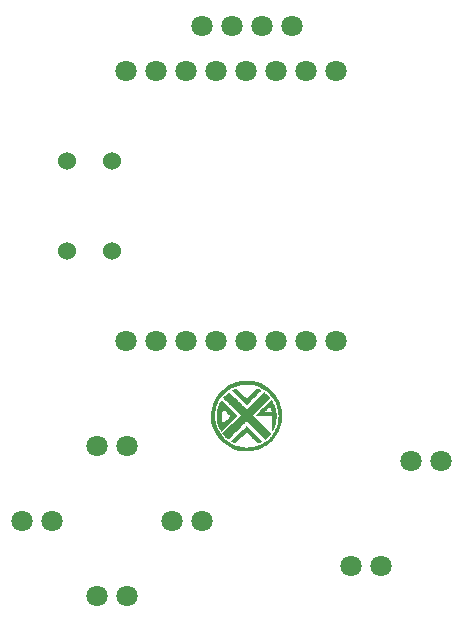
<source format=gbr>
%TF.GenerationSoftware,KiCad,Pcbnew,7.0.9+dfsg-1*%
%TF.CreationDate,2023-12-18T20:04:22+07:00*%
%TF.ProjectId,wifi,77696669-2e6b-4696-9361-645f70636258,rev?*%
%TF.SameCoordinates,Original*%
%TF.FileFunction,Soldermask,Top*%
%TF.FilePolarity,Negative*%
%FSLAX46Y46*%
G04 Gerber Fmt 4.6, Leading zero omitted, Abs format (unit mm)*
G04 Created by KiCad (PCBNEW 7.0.9+dfsg-1) date 2023-12-18 20:04:22*
%MOMM*%
%LPD*%
G01*
G04 APERTURE LIST*
%ADD10C,1.800000*%
%ADD11C,1.524000*%
G04 APERTURE END LIST*
%TO.C,*%
G36*
X145607949Y-112388845D02*
G01*
X145708766Y-112488655D01*
X145802784Y-112580333D01*
X145886954Y-112661013D01*
X145958224Y-112727826D01*
X146013545Y-112777907D01*
X146049867Y-112808388D01*
X146063142Y-112816727D01*
X146084565Y-112805529D01*
X146128826Y-112769859D01*
X146194951Y-112710616D01*
X146281967Y-112628699D01*
X146388899Y-112525007D01*
X146514772Y-112400436D01*
X146518397Y-112396819D01*
X146943300Y-111972719D01*
X147031616Y-112003112D01*
X147087640Y-112024871D01*
X147150099Y-112052886D01*
X147210847Y-112082979D01*
X147261740Y-112110970D01*
X147294635Y-112132682D01*
X147302603Y-112142145D01*
X147290628Y-112155793D01*
X147256631Y-112190883D01*
X147203502Y-112244571D01*
X147134135Y-112314010D01*
X147051420Y-112396354D01*
X146958249Y-112488758D01*
X146857513Y-112588376D01*
X146752105Y-112692361D01*
X146644915Y-112797869D01*
X146538836Y-112902052D01*
X146436759Y-113002066D01*
X146341575Y-113095065D01*
X146256176Y-113178202D01*
X146183454Y-113248631D01*
X146126300Y-113303507D01*
X146087606Y-113339985D01*
X146070264Y-113355217D01*
X146069783Y-113355474D01*
X146055589Y-113344345D01*
X146019079Y-113311039D01*
X145962654Y-113257866D01*
X145888717Y-113187137D01*
X145799667Y-113101162D01*
X145697908Y-113002253D01*
X145585839Y-112892720D01*
X145465864Y-112774874D01*
X145443331Y-112752679D01*
X145309314Y-112619995D01*
X145188622Y-112499272D01*
X145082983Y-112392300D01*
X144994125Y-112300873D01*
X144923776Y-112226783D01*
X144873664Y-112171822D01*
X144845518Y-112137784D01*
X144839957Y-112126854D01*
X144866910Y-112103582D01*
X144920647Y-112072953D01*
X144994811Y-112038210D01*
X145083046Y-112002596D01*
X145085134Y-112001813D01*
X145183109Y-111965156D01*
X145607949Y-112388845D01*
G37*
G36*
X146062273Y-115164328D02*
G01*
X146099095Y-115198414D01*
X146155998Y-115252475D01*
X146230656Y-115324261D01*
X146320744Y-115411525D01*
X146423935Y-115512016D01*
X146537904Y-115623486D01*
X146660325Y-115743685D01*
X146719254Y-115801700D01*
X146879583Y-115960310D01*
X147018054Y-116098632D01*
X147134134Y-116216112D01*
X147227290Y-116312197D01*
X147296989Y-116386335D01*
X147342697Y-116437971D01*
X147363883Y-116466554D01*
X147365181Y-116471928D01*
X147344730Y-116488404D01*
X147301292Y-116515004D01*
X147243411Y-116547143D01*
X147179631Y-116580232D01*
X147118498Y-116609687D01*
X147070018Y-116630367D01*
X147058048Y-116631633D01*
X147041547Y-116626049D01*
X147018152Y-116611511D01*
X146985501Y-116585916D01*
X146941232Y-116547159D01*
X146882980Y-116493138D01*
X146808384Y-116421747D01*
X146715080Y-116330884D01*
X146600706Y-116218444D01*
X146539188Y-116157731D01*
X146046138Y-115670732D01*
X145714830Y-115998756D01*
X145616492Y-116096150D01*
X145517054Y-116194689D01*
X145422016Y-116288919D01*
X145336876Y-116373386D01*
X145267135Y-116442635D01*
X145230553Y-116479007D01*
X145170218Y-116537296D01*
X145117255Y-116585221D01*
X145077180Y-116618011D01*
X145055507Y-116630895D01*
X145054922Y-116630931D01*
X145027458Y-116623073D01*
X144979918Y-116602776D01*
X144920676Y-116574371D01*
X144858104Y-116542191D01*
X144800577Y-116510566D01*
X144756466Y-116483828D01*
X144734144Y-116466309D01*
X144733076Y-116464437D01*
X144744007Y-116449598D01*
X144777029Y-116413184D01*
X144829372Y-116357962D01*
X144898262Y-116286697D01*
X144980930Y-116202155D01*
X145074602Y-116107102D01*
X145176506Y-116004304D01*
X145283872Y-115896527D01*
X145393927Y-115786536D01*
X145503899Y-115677098D01*
X145611017Y-115570978D01*
X145712509Y-115470943D01*
X145805602Y-115379757D01*
X145887526Y-115300188D01*
X145955508Y-115235000D01*
X146006777Y-115186960D01*
X146038561Y-115158834D01*
X146047858Y-115152466D01*
X146062273Y-115164328D01*
G37*
G36*
X143984824Y-112989588D02*
G01*
X144008223Y-113011942D01*
X144053278Y-113055652D01*
X144116865Y-113117647D01*
X144195857Y-113194859D01*
X144287129Y-113284220D01*
X144387556Y-113382660D01*
X144494013Y-113487111D01*
X144603372Y-113594503D01*
X144712510Y-113701769D01*
X144818301Y-113805838D01*
X144917619Y-113903643D01*
X145007339Y-113992114D01*
X145084336Y-114068183D01*
X145145483Y-114128781D01*
X145176288Y-114159458D01*
X145288105Y-114271175D01*
X145090594Y-114460865D01*
X145032309Y-114517275D01*
X144953618Y-114594087D01*
X144858753Y-114687132D01*
X144751947Y-114792246D01*
X144637435Y-114905261D01*
X144519450Y-115022012D01*
X144404196Y-115136373D01*
X144296408Y-115243039D01*
X144195939Y-115341608D01*
X144105529Y-115429454D01*
X144027919Y-115503952D01*
X143965849Y-115562477D01*
X143922060Y-115602405D01*
X143899292Y-115621111D01*
X143896979Y-115622192D01*
X143878329Y-115608346D01*
X143851338Y-115573092D01*
X143835911Y-115548254D01*
X143732396Y-115341780D01*
X143642528Y-115104454D01*
X143566822Y-114837646D01*
X143563025Y-114821918D01*
X143547723Y-114734063D01*
X143536327Y-114620197D01*
X143528919Y-114488893D01*
X143527054Y-114410463D01*
X143922551Y-114410463D01*
X143938837Y-114584779D01*
X143973925Y-114755875D01*
X144015022Y-114884128D01*
X144031654Y-114913974D01*
X144053738Y-114915208D01*
X144064158Y-114910272D01*
X144085225Y-114893136D01*
X144126463Y-114854632D01*
X144184008Y-114798554D01*
X144253998Y-114728694D01*
X144332570Y-114648846D01*
X144377473Y-114602635D01*
X144457180Y-114519377D01*
X144527957Y-114443788D01*
X144586427Y-114379613D01*
X144629212Y-114330597D01*
X144652933Y-114300484D01*
X144656626Y-114293166D01*
X144644156Y-114276816D01*
X144610568Y-114241092D01*
X144560292Y-114190241D01*
X144497762Y-114128506D01*
X144427407Y-114060136D01*
X144353659Y-113989374D01*
X144280949Y-113920468D01*
X144213710Y-113857662D01*
X144156371Y-113805203D01*
X144113366Y-113767336D01*
X144089124Y-113748307D01*
X144086605Y-113747019D01*
X144070053Y-113757463D01*
X144052511Y-113790032D01*
X144052395Y-113790340D01*
X144036096Y-113831965D01*
X144011923Y-113891730D01*
X143988738Y-113947948D01*
X143947277Y-114084072D01*
X143925289Y-114240902D01*
X143922551Y-114410463D01*
X143527054Y-114410463D01*
X143525585Y-114348723D01*
X143526408Y-114208261D01*
X143531474Y-114076080D01*
X143540866Y-113960753D01*
X143553721Y-113875339D01*
X143621293Y-113608353D01*
X143709217Y-113360385D01*
X143815587Y-113136544D01*
X143854993Y-113067876D01*
X143931681Y-112940477D01*
X143984824Y-112989588D01*
G37*
G36*
X148173328Y-112940084D02*
G01*
X148202841Y-112979156D01*
X148239937Y-113036338D01*
X148280606Y-113105136D01*
X148320839Y-113179054D01*
X148356394Y-113251104D01*
X148419407Y-113402160D01*
X148479187Y-113573411D01*
X148530837Y-113750300D01*
X148549658Y-113825871D01*
X148560933Y-113880720D01*
X148569243Y-113939573D01*
X148574960Y-114008617D01*
X148578457Y-114094038D01*
X148580105Y-114202023D01*
X148580289Y-114334795D01*
X148579265Y-114475150D01*
X148576198Y-114589073D01*
X148569824Y-114684919D01*
X148558879Y-114771041D01*
X148542098Y-114855795D01*
X148518218Y-114947535D01*
X148485975Y-115054614D01*
X148458181Y-115141838D01*
X148434140Y-115209087D01*
X148402977Y-115285865D01*
X148367815Y-115365656D01*
X148331778Y-115441944D01*
X148297990Y-115508214D01*
X148269575Y-115557948D01*
X148249656Y-115584632D01*
X148244577Y-115587398D01*
X148222902Y-115575812D01*
X148201258Y-115555583D01*
X148193553Y-115544059D01*
X148187340Y-115525945D01*
X148182462Y-115497735D01*
X148178764Y-115455924D01*
X148176087Y-115397007D01*
X148174276Y-115317478D01*
X148173173Y-115213833D01*
X148172622Y-115082566D01*
X148172466Y-114920172D01*
X148172466Y-114911884D01*
X148172208Y-114742600D01*
X148171369Y-114605350D01*
X148169851Y-114497376D01*
X148167556Y-114415922D01*
X148164386Y-114358230D01*
X148160242Y-114321543D01*
X148155029Y-114303103D01*
X148150720Y-114299576D01*
X148128762Y-114299501D01*
X148076144Y-114299476D01*
X147996998Y-114299501D01*
X147895458Y-114299571D01*
X147775658Y-114299685D01*
X147641730Y-114299839D01*
X147521903Y-114299996D01*
X147358917Y-114300087D01*
X147227189Y-114299754D01*
X147123186Y-114298841D01*
X147043371Y-114297190D01*
X146984211Y-114294646D01*
X146942171Y-114291051D01*
X146913715Y-114286249D01*
X146895308Y-114280082D01*
X146883417Y-114272393D01*
X146882553Y-114271628D01*
X146857561Y-114240399D01*
X146850274Y-114219073D01*
X146862309Y-114202195D01*
X146896530Y-114163929D01*
X146950110Y-114107079D01*
X147020222Y-114034445D01*
X147066817Y-113986850D01*
X147574450Y-113986850D01*
X147875462Y-113986850D01*
X148176475Y-113986850D01*
X148164341Y-113889728D01*
X148152595Y-113823905D01*
X148133906Y-113749793D01*
X148110924Y-113674981D01*
X148086302Y-113607057D01*
X148062691Y-113553611D01*
X148042743Y-113522230D01*
X148034151Y-113517124D01*
X148019216Y-113528922D01*
X147984992Y-113561134D01*
X147936196Y-113608991D01*
X147877546Y-113667720D01*
X147813758Y-113732550D01*
X147749551Y-113798709D01*
X147689641Y-113861427D01*
X147638746Y-113915932D01*
X147625547Y-113930404D01*
X147574450Y-113986850D01*
X147066817Y-113986850D01*
X147104041Y-113948828D01*
X147198738Y-113853030D01*
X147301489Y-113749852D01*
X147409466Y-113642096D01*
X147519842Y-113532562D01*
X147629791Y-113424052D01*
X147736487Y-113319367D01*
X147837103Y-113221309D01*
X147928812Y-113132678D01*
X148008788Y-113056277D01*
X148074203Y-112994906D01*
X148122233Y-112951367D01*
X148150049Y-112928461D01*
X148155409Y-112925617D01*
X148173328Y-112940084D01*
G37*
G36*
X145072247Y-112755037D02*
G01*
X145191967Y-112874111D01*
X145315217Y-112996443D01*
X145437174Y-113117261D01*
X145553011Y-113231793D01*
X145657904Y-113335267D01*
X145747026Y-113422912D01*
X145805851Y-113480496D01*
X146057523Y-113726056D01*
X146160846Y-113625939D01*
X146193769Y-113593795D01*
X146248558Y-113540013D01*
X146322340Y-113467422D01*
X146412244Y-113378855D01*
X146515397Y-113277141D01*
X146628928Y-113165112D01*
X146749965Y-113045598D01*
X146875636Y-112921429D01*
X146889001Y-112908220D01*
X147011012Y-112787623D01*
X147125426Y-112674540D01*
X147229877Y-112571309D01*
X147321998Y-112480270D01*
X147399422Y-112403761D01*
X147459783Y-112344120D01*
X147500715Y-112303686D01*
X147519851Y-112284798D01*
X147520947Y-112283722D01*
X147539852Y-112288149D01*
X147578614Y-112312936D01*
X147632466Y-112353863D01*
X147696639Y-112406710D01*
X147766365Y-112467256D01*
X147836874Y-112531280D01*
X147903400Y-112594563D01*
X147961173Y-112652883D01*
X148005425Y-112702021D01*
X148028627Y-112733060D01*
X148031534Y-112741807D01*
X148029444Y-112753793D01*
X148020597Y-112770908D01*
X148003227Y-112795042D01*
X147975574Y-112828084D01*
X147935874Y-112871922D01*
X147882365Y-112928447D01*
X147813284Y-112999548D01*
X147726867Y-113087113D01*
X147621354Y-113193032D01*
X147494980Y-113319194D01*
X147345984Y-113467489D01*
X147310211Y-113503055D01*
X146570360Y-114238540D01*
X147348929Y-115007483D01*
X148127497Y-115776427D01*
X148084742Y-115836449D01*
X147997478Y-115947593D01*
X147891274Y-116064870D01*
X147776984Y-116176442D01*
X147754041Y-116197091D01*
X147633285Y-116304150D01*
X146917853Y-115593479D01*
X146785099Y-115461594D01*
X146658103Y-115335400D01*
X146539306Y-115217325D01*
X146431148Y-115109797D01*
X146336071Y-115015242D01*
X146256515Y-114936088D01*
X146194921Y-114874762D01*
X146153731Y-114833692D01*
X146137623Y-114817569D01*
X146098669Y-114780834D01*
X146068835Y-114757172D01*
X146058698Y-114752329D01*
X146043706Y-114764204D01*
X146006779Y-114798112D01*
X145950579Y-114851476D01*
X145877771Y-114921722D01*
X145791017Y-115006272D01*
X145692980Y-115102552D01*
X145586324Y-115207985D01*
X145538416Y-115255553D01*
X145341318Y-115451431D01*
X145167693Y-115623806D01*
X145016415Y-115773784D01*
X144886357Y-115902471D01*
X144776394Y-116010971D01*
X144685399Y-116100390D01*
X144612247Y-116171835D01*
X144555812Y-116226410D01*
X144514968Y-116265221D01*
X144488588Y-116289373D01*
X144475547Y-116299972D01*
X144473947Y-116300685D01*
X144459288Y-116288945D01*
X144424383Y-116256393D01*
X144373380Y-116207032D01*
X144310423Y-116144866D01*
X144252672Y-116087026D01*
X144180913Y-116013409D01*
X144116442Y-115944810D01*
X144063948Y-115886410D01*
X144028120Y-115843390D01*
X144015108Y-115824529D01*
X143989598Y-115775692D01*
X144768917Y-115007230D01*
X145548236Y-114238768D01*
X145037988Y-113732281D01*
X144916741Y-113611953D01*
X144793568Y-113489761D01*
X144672842Y-113370039D01*
X144558938Y-113257124D01*
X144456229Y-113155351D01*
X144369088Y-113069056D01*
X144301890Y-113002574D01*
X144297226Y-112997965D01*
X144224513Y-112925289D01*
X144161222Y-112860486D01*
X144111238Y-112807658D01*
X144078440Y-112770908D01*
X144066713Y-112754360D01*
X144078839Y-112736323D01*
X144111952Y-112699712D01*
X144161152Y-112649204D01*
X144221539Y-112589475D01*
X144288214Y-112525202D01*
X144356276Y-112461061D01*
X144420827Y-112401728D01*
X144476966Y-112351880D01*
X144519795Y-112316194D01*
X144542474Y-112300274D01*
X144590316Y-112275137D01*
X145072247Y-112755037D01*
G37*
G36*
X146169787Y-111316144D02*
G01*
X146346582Y-111324596D01*
X146507221Y-111340273D01*
X146609256Y-111356413D01*
X146931706Y-111435774D01*
X147240508Y-111546196D01*
X147533670Y-111686699D01*
X147809200Y-111856299D01*
X148065107Y-112054017D01*
X148116422Y-112099247D01*
X148254388Y-112236098D01*
X148393813Y-112397131D01*
X148527511Y-112572825D01*
X148648297Y-112753659D01*
X148748984Y-112930112D01*
X148760218Y-112952224D01*
X148892162Y-113253224D01*
X148989791Y-113559759D01*
X149053041Y-113871253D01*
X149081851Y-114187134D01*
X149076160Y-114506827D01*
X149035905Y-114829758D01*
X148987290Y-115056781D01*
X148906086Y-115318411D01*
X148794241Y-115581762D01*
X148654922Y-115840338D01*
X148491298Y-116087639D01*
X148471828Y-116114041D01*
X148394376Y-116209789D01*
X148299431Y-116314346D01*
X148192874Y-116422290D01*
X148080586Y-116528202D01*
X147968445Y-116626659D01*
X147862332Y-116712241D01*
X147768127Y-116779528D01*
X147715846Y-116811003D01*
X147678373Y-116832793D01*
X147626851Y-116864549D01*
X147598357Y-116882691D01*
X147472055Y-116955081D01*
X147320474Y-117027198D01*
X147152959Y-117095374D01*
X146978860Y-117155941D01*
X146807524Y-117205232D01*
X146728910Y-117223831D01*
X146476171Y-117271080D01*
X146242033Y-117297760D01*
X146017434Y-117304403D01*
X145793311Y-117291544D01*
X145719452Y-117283304D01*
X145421839Y-117234384D01*
X145144266Y-117162727D01*
X144879508Y-117065665D01*
X144620339Y-116940528D01*
X144359535Y-116784646D01*
X144346198Y-116775915D01*
X144147634Y-116629170D01*
X143952768Y-116454214D01*
X143767332Y-116257573D01*
X143597057Y-116045771D01*
X143447677Y-115825334D01*
X143336868Y-115627012D01*
X143220807Y-115360226D01*
X143130506Y-115077931D01*
X143067202Y-114786721D01*
X143032130Y-114493189D01*
X143030499Y-114408981D01*
X143374629Y-114408981D01*
X143388052Y-114612693D01*
X143418565Y-114810007D01*
X143467907Y-115012873D01*
X143521699Y-115185990D01*
X143626062Y-115443965D01*
X143761505Y-115691964D01*
X143924916Y-115926482D01*
X144113188Y-116144012D01*
X144323210Y-116341047D01*
X144551874Y-116514082D01*
X144796071Y-116659611D01*
X144854564Y-116689045D01*
X145015555Y-116759884D01*
X145192017Y-116824684D01*
X145374359Y-116880682D01*
X145552988Y-116925113D01*
X145718311Y-116955213D01*
X145815137Y-116965862D01*
X146053666Y-116975334D01*
X146276961Y-116966767D01*
X146324459Y-116962552D01*
X146597600Y-116920403D01*
X146872111Y-116848468D01*
X147137854Y-116749799D01*
X147320000Y-116662899D01*
X147400661Y-116619675D01*
X147474663Y-116578825D01*
X147534077Y-116544801D01*
X147570978Y-116522058D01*
X147572261Y-116521179D01*
X147653735Y-116461313D01*
X147745606Y-116388268D01*
X147839921Y-116308891D01*
X147928728Y-116230031D01*
X148004075Y-116158536D01*
X148052556Y-116107578D01*
X148101882Y-116049708D01*
X148155520Y-115984234D01*
X148208906Y-115917056D01*
X148257478Y-115854073D01*
X148296674Y-115801184D01*
X148321932Y-115764289D01*
X148329041Y-115750087D01*
X148338183Y-115731044D01*
X148360699Y-115696282D01*
X148365912Y-115688865D01*
X148420614Y-115600382D01*
X148479191Y-115485112D01*
X148538560Y-115350361D01*
X148595635Y-115203433D01*
X148647332Y-115051633D01*
X148677124Y-114951910D01*
X148708787Y-114807551D01*
X148731190Y-114638799D01*
X148744122Y-114454858D01*
X148747375Y-114264933D01*
X148740738Y-114078227D01*
X148724002Y-113903944D01*
X148703760Y-113782345D01*
X148629899Y-113506526D01*
X148524161Y-113235403D01*
X148389428Y-112975189D01*
X148228584Y-112732097D01*
X148197171Y-112690754D01*
X148119719Y-112597402D01*
X148028269Y-112497462D01*
X147929909Y-112397868D01*
X147831727Y-112305554D01*
X147740809Y-112227455D01*
X147667946Y-112172959D01*
X147626612Y-112144804D01*
X147574345Y-112108551D01*
X147554863Y-112094888D01*
X147367680Y-111979573D01*
X147154947Y-111877188D01*
X146924253Y-111790055D01*
X146683186Y-111720497D01*
X146439334Y-111670835D01*
X146200286Y-111643391D01*
X146063646Y-111638559D01*
X145941401Y-111643520D01*
X145797878Y-111657847D01*
X145644804Y-111679887D01*
X145493904Y-111707989D01*
X145376042Y-111735425D01*
X145095020Y-111826114D01*
X144824048Y-111948521D01*
X144566852Y-112100146D01*
X144327155Y-112278492D01*
X144108681Y-112481060D01*
X143915155Y-112705354D01*
X143899819Y-112725548D01*
X143734147Y-112974232D01*
X143598407Y-113238477D01*
X143493710Y-113515181D01*
X143421166Y-113801243D01*
X143381887Y-114093560D01*
X143376563Y-114186918D01*
X143374629Y-114408981D01*
X143030499Y-114408981D01*
X143026526Y-114203930D01*
X143038039Y-114033062D01*
X143088297Y-113707146D01*
X143170376Y-113394566D01*
X143283453Y-113096609D01*
X143426707Y-112814562D01*
X143599317Y-112549712D01*
X143800459Y-112303348D01*
X144029312Y-112076757D01*
X144285056Y-111871226D01*
X144515304Y-111718672D01*
X144582649Y-111678792D01*
X144639632Y-111646750D01*
X144679384Y-111626303D01*
X144694122Y-111620822D01*
X144717701Y-111613479D01*
X144761999Y-111594340D01*
X144810942Y-111570752D01*
X144901298Y-111530786D01*
X145016613Y-111488045D01*
X145147524Y-111445456D01*
X145284665Y-111405945D01*
X145418672Y-111372439D01*
X145501746Y-111354864D01*
X145642814Y-111334277D01*
X145807867Y-111320971D01*
X145986870Y-111314931D01*
X146169787Y-111316144D01*
G37*
%TD*%
D10*
%TO.C,UP*%
X133380000Y-116810000D03*
X135920000Y-116810000D03*
%TD*%
%TO.C,B*%
X154910000Y-126970000D03*
X157450000Y-126970000D03*
%TD*%
%TO.C,SSD1306*%
X142240000Y-81250000D03*
X144780000Y-81250000D03*
X147320000Y-81250000D03*
X149860000Y-81250000D03*
%TD*%
%TO.C,RIGHT*%
X139700000Y-123160000D03*
X142240000Y-123160000D03*
%TD*%
%TO.C,DOWN*%
X133350000Y-129510000D03*
X135890000Y-129510000D03*
%TD*%
%TO.C,A*%
X159990000Y-118080000D03*
X162530000Y-118080000D03*
%TD*%
%TO.C,LEFT*%
X127000000Y-123160000D03*
X129540000Y-123160000D03*
%TD*%
D11*
%TO.C,R2*%
X134620000Y-92710000D03*
X134620000Y-100330000D03*
%TD*%
D10*
%TO.C,OTAK DISINI*%
X135860000Y-85060000D03*
X138400000Y-85060000D03*
X140940000Y-85060000D03*
X143480000Y-85060000D03*
X146020000Y-85060000D03*
X148560000Y-85060000D03*
X151100000Y-85060000D03*
X153640000Y-85060000D03*
X153640000Y-107920000D03*
X151100000Y-107920000D03*
X148560000Y-107920000D03*
X146020000Y-107920000D03*
X143480000Y-107920000D03*
X140940000Y-107920000D03*
X138400000Y-107920000D03*
X135860000Y-107920000D03*
%TD*%
D11*
%TO.C,R1*%
X130810000Y-92710000D03*
X130810000Y-100330000D03*
%TD*%
M02*

</source>
